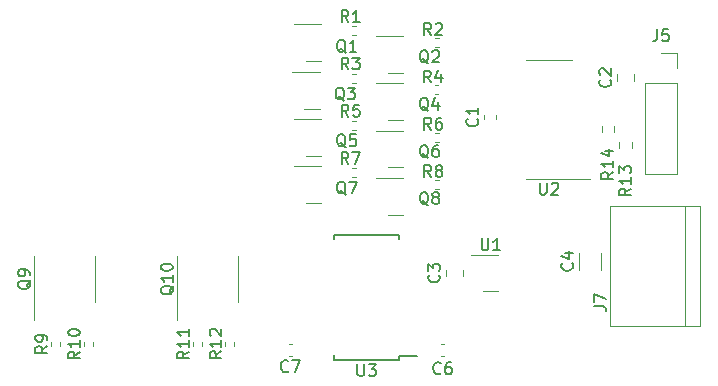
<source format=gbr>
%TF.GenerationSoftware,KiCad,Pcbnew,7.0.9-rc2*%
%TF.CreationDate,2023-12-26T16:59:54-08:00*%
%TF.ProjectId,driver_board,64726976-6572-45f6-926f-6172642e6b69,rev?*%
%TF.SameCoordinates,PX5f5e100PY5f5e100*%
%TF.FileFunction,Legend,Top*%
%TF.FilePolarity,Positive*%
%FSLAX46Y46*%
G04 Gerber Fmt 4.6, Leading zero omitted, Abs format (unit mm)*
G04 Created by KiCad (PCBNEW 7.0.9-rc2) date 2023-12-26 16:59:54*
%MOMM*%
%LPD*%
G01*
G04 APERTURE LIST*
%ADD10C,0.150000*%
%ADD11C,0.120000*%
G04 APERTURE END LIST*
D10*
X25933333Y-30789580D02*
X25885714Y-30837200D01*
X25885714Y-30837200D02*
X25742857Y-30884819D01*
X25742857Y-30884819D02*
X25647619Y-30884819D01*
X25647619Y-30884819D02*
X25504762Y-30837200D01*
X25504762Y-30837200D02*
X25409524Y-30741961D01*
X25409524Y-30741961D02*
X25361905Y-30646723D01*
X25361905Y-30646723D02*
X25314286Y-30456247D01*
X25314286Y-30456247D02*
X25314286Y-30313390D01*
X25314286Y-30313390D02*
X25361905Y-30122914D01*
X25361905Y-30122914D02*
X25409524Y-30027676D01*
X25409524Y-30027676D02*
X25504762Y-29932438D01*
X25504762Y-29932438D02*
X25647619Y-29884819D01*
X25647619Y-29884819D02*
X25742857Y-29884819D01*
X25742857Y-29884819D02*
X25885714Y-29932438D01*
X25885714Y-29932438D02*
X25933333Y-29980057D01*
X26266667Y-29884819D02*
X26933333Y-29884819D01*
X26933333Y-29884819D02*
X26504762Y-30884819D01*
X31788095Y-30209819D02*
X31788095Y-31019342D01*
X31788095Y-31019342D02*
X31835714Y-31114580D01*
X31835714Y-31114580D02*
X31883333Y-31162200D01*
X31883333Y-31162200D02*
X31978571Y-31209819D01*
X31978571Y-31209819D02*
X32169047Y-31209819D01*
X32169047Y-31209819D02*
X32264285Y-31162200D01*
X32264285Y-31162200D02*
X32311904Y-31114580D01*
X32311904Y-31114580D02*
X32359523Y-31019342D01*
X32359523Y-31019342D02*
X32359523Y-30209819D01*
X32740476Y-30209819D02*
X33359523Y-30209819D01*
X33359523Y-30209819D02*
X33026190Y-30590771D01*
X33026190Y-30590771D02*
X33169047Y-30590771D01*
X33169047Y-30590771D02*
X33264285Y-30638390D01*
X33264285Y-30638390D02*
X33311904Y-30686009D01*
X33311904Y-30686009D02*
X33359523Y-30781247D01*
X33359523Y-30781247D02*
X33359523Y-31019342D01*
X33359523Y-31019342D02*
X33311904Y-31114580D01*
X33311904Y-31114580D02*
X33264285Y-31162200D01*
X33264285Y-31162200D02*
X33169047Y-31209819D01*
X33169047Y-31209819D02*
X32883333Y-31209819D01*
X32883333Y-31209819D02*
X32788095Y-31162200D01*
X32788095Y-31162200D02*
X32740476Y-31114580D01*
X38833333Y-30959580D02*
X38785714Y-31007200D01*
X38785714Y-31007200D02*
X38642857Y-31054819D01*
X38642857Y-31054819D02*
X38547619Y-31054819D01*
X38547619Y-31054819D02*
X38404762Y-31007200D01*
X38404762Y-31007200D02*
X38309524Y-30911961D01*
X38309524Y-30911961D02*
X38261905Y-30816723D01*
X38261905Y-30816723D02*
X38214286Y-30626247D01*
X38214286Y-30626247D02*
X38214286Y-30483390D01*
X38214286Y-30483390D02*
X38261905Y-30292914D01*
X38261905Y-30292914D02*
X38309524Y-30197676D01*
X38309524Y-30197676D02*
X38404762Y-30102438D01*
X38404762Y-30102438D02*
X38547619Y-30054819D01*
X38547619Y-30054819D02*
X38642857Y-30054819D01*
X38642857Y-30054819D02*
X38785714Y-30102438D01*
X38785714Y-30102438D02*
X38833333Y-30150057D01*
X39690476Y-30054819D02*
X39500000Y-30054819D01*
X39500000Y-30054819D02*
X39404762Y-30102438D01*
X39404762Y-30102438D02*
X39357143Y-30150057D01*
X39357143Y-30150057D02*
X39261905Y-30292914D01*
X39261905Y-30292914D02*
X39214286Y-30483390D01*
X39214286Y-30483390D02*
X39214286Y-30864342D01*
X39214286Y-30864342D02*
X39261905Y-30959580D01*
X39261905Y-30959580D02*
X39309524Y-31007200D01*
X39309524Y-31007200D02*
X39404762Y-31054819D01*
X39404762Y-31054819D02*
X39595238Y-31054819D01*
X39595238Y-31054819D02*
X39690476Y-31007200D01*
X39690476Y-31007200D02*
X39738095Y-30959580D01*
X39738095Y-30959580D02*
X39785714Y-30864342D01*
X39785714Y-30864342D02*
X39785714Y-30626247D01*
X39785714Y-30626247D02*
X39738095Y-30531009D01*
X39738095Y-30531009D02*
X39690476Y-30483390D01*
X39690476Y-30483390D02*
X39595238Y-30435771D01*
X39595238Y-30435771D02*
X39404762Y-30435771D01*
X39404762Y-30435771D02*
X39309524Y-30483390D01*
X39309524Y-30483390D02*
X39261905Y-30531009D01*
X39261905Y-30531009D02*
X39214286Y-30626247D01*
X42300595Y-19554819D02*
X42300595Y-20364342D01*
X42300595Y-20364342D02*
X42348214Y-20459580D01*
X42348214Y-20459580D02*
X42395833Y-20507200D01*
X42395833Y-20507200D02*
X42491071Y-20554819D01*
X42491071Y-20554819D02*
X42681547Y-20554819D01*
X42681547Y-20554819D02*
X42776785Y-20507200D01*
X42776785Y-20507200D02*
X42824404Y-20459580D01*
X42824404Y-20459580D02*
X42872023Y-20364342D01*
X42872023Y-20364342D02*
X42872023Y-19554819D01*
X43872023Y-20554819D02*
X43300595Y-20554819D01*
X43586309Y-20554819D02*
X43586309Y-19554819D01*
X43586309Y-19554819D02*
X43491071Y-19697676D01*
X43491071Y-19697676D02*
X43395833Y-19792914D01*
X43395833Y-19792914D02*
X43300595Y-19840533D01*
X53454819Y-13942857D02*
X52978628Y-14276190D01*
X53454819Y-14514285D02*
X52454819Y-14514285D01*
X52454819Y-14514285D02*
X52454819Y-14133333D01*
X52454819Y-14133333D02*
X52502438Y-14038095D01*
X52502438Y-14038095D02*
X52550057Y-13990476D01*
X52550057Y-13990476D02*
X52645295Y-13942857D01*
X52645295Y-13942857D02*
X52788152Y-13942857D01*
X52788152Y-13942857D02*
X52883390Y-13990476D01*
X52883390Y-13990476D02*
X52931009Y-14038095D01*
X52931009Y-14038095D02*
X52978628Y-14133333D01*
X52978628Y-14133333D02*
X52978628Y-14514285D01*
X53454819Y-12990476D02*
X53454819Y-13561904D01*
X53454819Y-13276190D02*
X52454819Y-13276190D01*
X52454819Y-13276190D02*
X52597676Y-13371428D01*
X52597676Y-13371428D02*
X52692914Y-13466666D01*
X52692914Y-13466666D02*
X52740533Y-13561904D01*
X52788152Y-12133333D02*
X53454819Y-12133333D01*
X52407200Y-12371428D02*
X53121485Y-12609523D01*
X53121485Y-12609523D02*
X53121485Y-11990476D01*
X54954819Y-15342857D02*
X54478628Y-15676190D01*
X54954819Y-15914285D02*
X53954819Y-15914285D01*
X53954819Y-15914285D02*
X53954819Y-15533333D01*
X53954819Y-15533333D02*
X54002438Y-15438095D01*
X54002438Y-15438095D02*
X54050057Y-15390476D01*
X54050057Y-15390476D02*
X54145295Y-15342857D01*
X54145295Y-15342857D02*
X54288152Y-15342857D01*
X54288152Y-15342857D02*
X54383390Y-15390476D01*
X54383390Y-15390476D02*
X54431009Y-15438095D01*
X54431009Y-15438095D02*
X54478628Y-15533333D01*
X54478628Y-15533333D02*
X54478628Y-15914285D01*
X54954819Y-14390476D02*
X54954819Y-14961904D01*
X54954819Y-14676190D02*
X53954819Y-14676190D01*
X53954819Y-14676190D02*
X54097676Y-14771428D01*
X54097676Y-14771428D02*
X54192914Y-14866666D01*
X54192914Y-14866666D02*
X54240533Y-14961904D01*
X53954819Y-14057142D02*
X53954819Y-13438095D01*
X53954819Y-13438095D02*
X54335771Y-13771428D01*
X54335771Y-13771428D02*
X54335771Y-13628571D01*
X54335771Y-13628571D02*
X54383390Y-13533333D01*
X54383390Y-13533333D02*
X54431009Y-13485714D01*
X54431009Y-13485714D02*
X54526247Y-13438095D01*
X54526247Y-13438095D02*
X54764342Y-13438095D01*
X54764342Y-13438095D02*
X54859580Y-13485714D01*
X54859580Y-13485714D02*
X54907200Y-13533333D01*
X54907200Y-13533333D02*
X54954819Y-13628571D01*
X54954819Y-13628571D02*
X54954819Y-13914285D01*
X54954819Y-13914285D02*
X54907200Y-14009523D01*
X54907200Y-14009523D02*
X54859580Y-14057142D01*
X20284819Y-29132857D02*
X19808628Y-29466190D01*
X20284819Y-29704285D02*
X19284819Y-29704285D01*
X19284819Y-29704285D02*
X19284819Y-29323333D01*
X19284819Y-29323333D02*
X19332438Y-29228095D01*
X19332438Y-29228095D02*
X19380057Y-29180476D01*
X19380057Y-29180476D02*
X19475295Y-29132857D01*
X19475295Y-29132857D02*
X19618152Y-29132857D01*
X19618152Y-29132857D02*
X19713390Y-29180476D01*
X19713390Y-29180476D02*
X19761009Y-29228095D01*
X19761009Y-29228095D02*
X19808628Y-29323333D01*
X19808628Y-29323333D02*
X19808628Y-29704285D01*
X20284819Y-28180476D02*
X20284819Y-28751904D01*
X20284819Y-28466190D02*
X19284819Y-28466190D01*
X19284819Y-28466190D02*
X19427676Y-28561428D01*
X19427676Y-28561428D02*
X19522914Y-28656666D01*
X19522914Y-28656666D02*
X19570533Y-28751904D01*
X19380057Y-27799523D02*
X19332438Y-27751904D01*
X19332438Y-27751904D02*
X19284819Y-27656666D01*
X19284819Y-27656666D02*
X19284819Y-27418571D01*
X19284819Y-27418571D02*
X19332438Y-27323333D01*
X19332438Y-27323333D02*
X19380057Y-27275714D01*
X19380057Y-27275714D02*
X19475295Y-27228095D01*
X19475295Y-27228095D02*
X19570533Y-27228095D01*
X19570533Y-27228095D02*
X19713390Y-27275714D01*
X19713390Y-27275714D02*
X20284819Y-27847142D01*
X20284819Y-27847142D02*
X20284819Y-27228095D01*
X17534819Y-29142857D02*
X17058628Y-29476190D01*
X17534819Y-29714285D02*
X16534819Y-29714285D01*
X16534819Y-29714285D02*
X16534819Y-29333333D01*
X16534819Y-29333333D02*
X16582438Y-29238095D01*
X16582438Y-29238095D02*
X16630057Y-29190476D01*
X16630057Y-29190476D02*
X16725295Y-29142857D01*
X16725295Y-29142857D02*
X16868152Y-29142857D01*
X16868152Y-29142857D02*
X16963390Y-29190476D01*
X16963390Y-29190476D02*
X17011009Y-29238095D01*
X17011009Y-29238095D02*
X17058628Y-29333333D01*
X17058628Y-29333333D02*
X17058628Y-29714285D01*
X17534819Y-28190476D02*
X17534819Y-28761904D01*
X17534819Y-28476190D02*
X16534819Y-28476190D01*
X16534819Y-28476190D02*
X16677676Y-28571428D01*
X16677676Y-28571428D02*
X16772914Y-28666666D01*
X16772914Y-28666666D02*
X16820533Y-28761904D01*
X17534819Y-27238095D02*
X17534819Y-27809523D01*
X17534819Y-27523809D02*
X16534819Y-27523809D01*
X16534819Y-27523809D02*
X16677676Y-27619047D01*
X16677676Y-27619047D02*
X16772914Y-27714285D01*
X16772914Y-27714285D02*
X16820533Y-27809523D01*
X8284819Y-29152857D02*
X7808628Y-29486190D01*
X8284819Y-29724285D02*
X7284819Y-29724285D01*
X7284819Y-29724285D02*
X7284819Y-29343333D01*
X7284819Y-29343333D02*
X7332438Y-29248095D01*
X7332438Y-29248095D02*
X7380057Y-29200476D01*
X7380057Y-29200476D02*
X7475295Y-29152857D01*
X7475295Y-29152857D02*
X7618152Y-29152857D01*
X7618152Y-29152857D02*
X7713390Y-29200476D01*
X7713390Y-29200476D02*
X7761009Y-29248095D01*
X7761009Y-29248095D02*
X7808628Y-29343333D01*
X7808628Y-29343333D02*
X7808628Y-29724285D01*
X8284819Y-28200476D02*
X8284819Y-28771904D01*
X8284819Y-28486190D02*
X7284819Y-28486190D01*
X7284819Y-28486190D02*
X7427676Y-28581428D01*
X7427676Y-28581428D02*
X7522914Y-28676666D01*
X7522914Y-28676666D02*
X7570533Y-28771904D01*
X7284819Y-27581428D02*
X7284819Y-27486190D01*
X7284819Y-27486190D02*
X7332438Y-27390952D01*
X7332438Y-27390952D02*
X7380057Y-27343333D01*
X7380057Y-27343333D02*
X7475295Y-27295714D01*
X7475295Y-27295714D02*
X7665771Y-27248095D01*
X7665771Y-27248095D02*
X7903866Y-27248095D01*
X7903866Y-27248095D02*
X8094342Y-27295714D01*
X8094342Y-27295714D02*
X8189580Y-27343333D01*
X8189580Y-27343333D02*
X8237200Y-27390952D01*
X8237200Y-27390952D02*
X8284819Y-27486190D01*
X8284819Y-27486190D02*
X8284819Y-27581428D01*
X8284819Y-27581428D02*
X8237200Y-27676666D01*
X8237200Y-27676666D02*
X8189580Y-27724285D01*
X8189580Y-27724285D02*
X8094342Y-27771904D01*
X8094342Y-27771904D02*
X7903866Y-27819523D01*
X7903866Y-27819523D02*
X7665771Y-27819523D01*
X7665771Y-27819523D02*
X7475295Y-27771904D01*
X7475295Y-27771904D02*
X7380057Y-27724285D01*
X7380057Y-27724285D02*
X7332438Y-27676666D01*
X7332438Y-27676666D02*
X7284819Y-27581428D01*
X5534819Y-28676666D02*
X5058628Y-29009999D01*
X5534819Y-29248094D02*
X4534819Y-29248094D01*
X4534819Y-29248094D02*
X4534819Y-28867142D01*
X4534819Y-28867142D02*
X4582438Y-28771904D01*
X4582438Y-28771904D02*
X4630057Y-28724285D01*
X4630057Y-28724285D02*
X4725295Y-28676666D01*
X4725295Y-28676666D02*
X4868152Y-28676666D01*
X4868152Y-28676666D02*
X4963390Y-28724285D01*
X4963390Y-28724285D02*
X5011009Y-28771904D01*
X5011009Y-28771904D02*
X5058628Y-28867142D01*
X5058628Y-28867142D02*
X5058628Y-29248094D01*
X5534819Y-28200475D02*
X5534819Y-28009999D01*
X5534819Y-28009999D02*
X5487200Y-27914761D01*
X5487200Y-27914761D02*
X5439580Y-27867142D01*
X5439580Y-27867142D02*
X5296723Y-27771904D01*
X5296723Y-27771904D02*
X5106247Y-27724285D01*
X5106247Y-27724285D02*
X4725295Y-27724285D01*
X4725295Y-27724285D02*
X4630057Y-27771904D01*
X4630057Y-27771904D02*
X4582438Y-27819523D01*
X4582438Y-27819523D02*
X4534819Y-27914761D01*
X4534819Y-27914761D02*
X4534819Y-28105237D01*
X4534819Y-28105237D02*
X4582438Y-28200475D01*
X4582438Y-28200475D02*
X4630057Y-28248094D01*
X4630057Y-28248094D02*
X4725295Y-28295713D01*
X4725295Y-28295713D02*
X4963390Y-28295713D01*
X4963390Y-28295713D02*
X5058628Y-28248094D01*
X5058628Y-28248094D02*
X5106247Y-28200475D01*
X5106247Y-28200475D02*
X5153866Y-28105237D01*
X5153866Y-28105237D02*
X5153866Y-27914761D01*
X5153866Y-27914761D02*
X5106247Y-27819523D01*
X5106247Y-27819523D02*
X5058628Y-27771904D01*
X5058628Y-27771904D02*
X4963390Y-27724285D01*
X38033333Y-14354819D02*
X37700000Y-13878628D01*
X37461905Y-14354819D02*
X37461905Y-13354819D01*
X37461905Y-13354819D02*
X37842857Y-13354819D01*
X37842857Y-13354819D02*
X37938095Y-13402438D01*
X37938095Y-13402438D02*
X37985714Y-13450057D01*
X37985714Y-13450057D02*
X38033333Y-13545295D01*
X38033333Y-13545295D02*
X38033333Y-13688152D01*
X38033333Y-13688152D02*
X37985714Y-13783390D01*
X37985714Y-13783390D02*
X37938095Y-13831009D01*
X37938095Y-13831009D02*
X37842857Y-13878628D01*
X37842857Y-13878628D02*
X37461905Y-13878628D01*
X38604762Y-13783390D02*
X38509524Y-13735771D01*
X38509524Y-13735771D02*
X38461905Y-13688152D01*
X38461905Y-13688152D02*
X38414286Y-13592914D01*
X38414286Y-13592914D02*
X38414286Y-13545295D01*
X38414286Y-13545295D02*
X38461905Y-13450057D01*
X38461905Y-13450057D02*
X38509524Y-13402438D01*
X38509524Y-13402438D02*
X38604762Y-13354819D01*
X38604762Y-13354819D02*
X38795238Y-13354819D01*
X38795238Y-13354819D02*
X38890476Y-13402438D01*
X38890476Y-13402438D02*
X38938095Y-13450057D01*
X38938095Y-13450057D02*
X38985714Y-13545295D01*
X38985714Y-13545295D02*
X38985714Y-13592914D01*
X38985714Y-13592914D02*
X38938095Y-13688152D01*
X38938095Y-13688152D02*
X38890476Y-13735771D01*
X38890476Y-13735771D02*
X38795238Y-13783390D01*
X38795238Y-13783390D02*
X38604762Y-13783390D01*
X38604762Y-13783390D02*
X38509524Y-13831009D01*
X38509524Y-13831009D02*
X38461905Y-13878628D01*
X38461905Y-13878628D02*
X38414286Y-13973866D01*
X38414286Y-13973866D02*
X38414286Y-14164342D01*
X38414286Y-14164342D02*
X38461905Y-14259580D01*
X38461905Y-14259580D02*
X38509524Y-14307200D01*
X38509524Y-14307200D02*
X38604762Y-14354819D01*
X38604762Y-14354819D02*
X38795238Y-14354819D01*
X38795238Y-14354819D02*
X38890476Y-14307200D01*
X38890476Y-14307200D02*
X38938095Y-14259580D01*
X38938095Y-14259580D02*
X38985714Y-14164342D01*
X38985714Y-14164342D02*
X38985714Y-13973866D01*
X38985714Y-13973866D02*
X38938095Y-13878628D01*
X38938095Y-13878628D02*
X38890476Y-13831009D01*
X38890476Y-13831009D02*
X38795238Y-13783390D01*
X31033333Y-13254819D02*
X30700000Y-12778628D01*
X30461905Y-13254819D02*
X30461905Y-12254819D01*
X30461905Y-12254819D02*
X30842857Y-12254819D01*
X30842857Y-12254819D02*
X30938095Y-12302438D01*
X30938095Y-12302438D02*
X30985714Y-12350057D01*
X30985714Y-12350057D02*
X31033333Y-12445295D01*
X31033333Y-12445295D02*
X31033333Y-12588152D01*
X31033333Y-12588152D02*
X30985714Y-12683390D01*
X30985714Y-12683390D02*
X30938095Y-12731009D01*
X30938095Y-12731009D02*
X30842857Y-12778628D01*
X30842857Y-12778628D02*
X30461905Y-12778628D01*
X31366667Y-12254819D02*
X32033333Y-12254819D01*
X32033333Y-12254819D02*
X31604762Y-13254819D01*
X38033333Y-10354819D02*
X37700000Y-9878628D01*
X37461905Y-10354819D02*
X37461905Y-9354819D01*
X37461905Y-9354819D02*
X37842857Y-9354819D01*
X37842857Y-9354819D02*
X37938095Y-9402438D01*
X37938095Y-9402438D02*
X37985714Y-9450057D01*
X37985714Y-9450057D02*
X38033333Y-9545295D01*
X38033333Y-9545295D02*
X38033333Y-9688152D01*
X38033333Y-9688152D02*
X37985714Y-9783390D01*
X37985714Y-9783390D02*
X37938095Y-9831009D01*
X37938095Y-9831009D02*
X37842857Y-9878628D01*
X37842857Y-9878628D02*
X37461905Y-9878628D01*
X38890476Y-9354819D02*
X38700000Y-9354819D01*
X38700000Y-9354819D02*
X38604762Y-9402438D01*
X38604762Y-9402438D02*
X38557143Y-9450057D01*
X38557143Y-9450057D02*
X38461905Y-9592914D01*
X38461905Y-9592914D02*
X38414286Y-9783390D01*
X38414286Y-9783390D02*
X38414286Y-10164342D01*
X38414286Y-10164342D02*
X38461905Y-10259580D01*
X38461905Y-10259580D02*
X38509524Y-10307200D01*
X38509524Y-10307200D02*
X38604762Y-10354819D01*
X38604762Y-10354819D02*
X38795238Y-10354819D01*
X38795238Y-10354819D02*
X38890476Y-10307200D01*
X38890476Y-10307200D02*
X38938095Y-10259580D01*
X38938095Y-10259580D02*
X38985714Y-10164342D01*
X38985714Y-10164342D02*
X38985714Y-9926247D01*
X38985714Y-9926247D02*
X38938095Y-9831009D01*
X38938095Y-9831009D02*
X38890476Y-9783390D01*
X38890476Y-9783390D02*
X38795238Y-9735771D01*
X38795238Y-9735771D02*
X38604762Y-9735771D01*
X38604762Y-9735771D02*
X38509524Y-9783390D01*
X38509524Y-9783390D02*
X38461905Y-9831009D01*
X38461905Y-9831009D02*
X38414286Y-9926247D01*
X31033333Y-9254819D02*
X30700000Y-8778628D01*
X30461905Y-9254819D02*
X30461905Y-8254819D01*
X30461905Y-8254819D02*
X30842857Y-8254819D01*
X30842857Y-8254819D02*
X30938095Y-8302438D01*
X30938095Y-8302438D02*
X30985714Y-8350057D01*
X30985714Y-8350057D02*
X31033333Y-8445295D01*
X31033333Y-8445295D02*
X31033333Y-8588152D01*
X31033333Y-8588152D02*
X30985714Y-8683390D01*
X30985714Y-8683390D02*
X30938095Y-8731009D01*
X30938095Y-8731009D02*
X30842857Y-8778628D01*
X30842857Y-8778628D02*
X30461905Y-8778628D01*
X31938095Y-8254819D02*
X31461905Y-8254819D01*
X31461905Y-8254819D02*
X31414286Y-8731009D01*
X31414286Y-8731009D02*
X31461905Y-8683390D01*
X31461905Y-8683390D02*
X31557143Y-8635771D01*
X31557143Y-8635771D02*
X31795238Y-8635771D01*
X31795238Y-8635771D02*
X31890476Y-8683390D01*
X31890476Y-8683390D02*
X31938095Y-8731009D01*
X31938095Y-8731009D02*
X31985714Y-8826247D01*
X31985714Y-8826247D02*
X31985714Y-9064342D01*
X31985714Y-9064342D02*
X31938095Y-9159580D01*
X31938095Y-9159580D02*
X31890476Y-9207200D01*
X31890476Y-9207200D02*
X31795238Y-9254819D01*
X31795238Y-9254819D02*
X31557143Y-9254819D01*
X31557143Y-9254819D02*
X31461905Y-9207200D01*
X31461905Y-9207200D02*
X31414286Y-9159580D01*
X38013333Y-6354819D02*
X37680000Y-5878628D01*
X37441905Y-6354819D02*
X37441905Y-5354819D01*
X37441905Y-5354819D02*
X37822857Y-5354819D01*
X37822857Y-5354819D02*
X37918095Y-5402438D01*
X37918095Y-5402438D02*
X37965714Y-5450057D01*
X37965714Y-5450057D02*
X38013333Y-5545295D01*
X38013333Y-5545295D02*
X38013333Y-5688152D01*
X38013333Y-5688152D02*
X37965714Y-5783390D01*
X37965714Y-5783390D02*
X37918095Y-5831009D01*
X37918095Y-5831009D02*
X37822857Y-5878628D01*
X37822857Y-5878628D02*
X37441905Y-5878628D01*
X38870476Y-5688152D02*
X38870476Y-6354819D01*
X38632381Y-5307200D02*
X38394286Y-6021485D01*
X38394286Y-6021485D02*
X39013333Y-6021485D01*
X31033333Y-5254819D02*
X30700000Y-4778628D01*
X30461905Y-5254819D02*
X30461905Y-4254819D01*
X30461905Y-4254819D02*
X30842857Y-4254819D01*
X30842857Y-4254819D02*
X30938095Y-4302438D01*
X30938095Y-4302438D02*
X30985714Y-4350057D01*
X30985714Y-4350057D02*
X31033333Y-4445295D01*
X31033333Y-4445295D02*
X31033333Y-4588152D01*
X31033333Y-4588152D02*
X30985714Y-4683390D01*
X30985714Y-4683390D02*
X30938095Y-4731009D01*
X30938095Y-4731009D02*
X30842857Y-4778628D01*
X30842857Y-4778628D02*
X30461905Y-4778628D01*
X31366667Y-4254819D02*
X31985714Y-4254819D01*
X31985714Y-4254819D02*
X31652381Y-4635771D01*
X31652381Y-4635771D02*
X31795238Y-4635771D01*
X31795238Y-4635771D02*
X31890476Y-4683390D01*
X31890476Y-4683390D02*
X31938095Y-4731009D01*
X31938095Y-4731009D02*
X31985714Y-4826247D01*
X31985714Y-4826247D02*
X31985714Y-5064342D01*
X31985714Y-5064342D02*
X31938095Y-5159580D01*
X31938095Y-5159580D02*
X31890476Y-5207200D01*
X31890476Y-5207200D02*
X31795238Y-5254819D01*
X31795238Y-5254819D02*
X31509524Y-5254819D01*
X31509524Y-5254819D02*
X31414286Y-5207200D01*
X31414286Y-5207200D02*
X31366667Y-5159580D01*
X38033333Y-2354819D02*
X37700000Y-1878628D01*
X37461905Y-2354819D02*
X37461905Y-1354819D01*
X37461905Y-1354819D02*
X37842857Y-1354819D01*
X37842857Y-1354819D02*
X37938095Y-1402438D01*
X37938095Y-1402438D02*
X37985714Y-1450057D01*
X37985714Y-1450057D02*
X38033333Y-1545295D01*
X38033333Y-1545295D02*
X38033333Y-1688152D01*
X38033333Y-1688152D02*
X37985714Y-1783390D01*
X37985714Y-1783390D02*
X37938095Y-1831009D01*
X37938095Y-1831009D02*
X37842857Y-1878628D01*
X37842857Y-1878628D02*
X37461905Y-1878628D01*
X38414286Y-1450057D02*
X38461905Y-1402438D01*
X38461905Y-1402438D02*
X38557143Y-1354819D01*
X38557143Y-1354819D02*
X38795238Y-1354819D01*
X38795238Y-1354819D02*
X38890476Y-1402438D01*
X38890476Y-1402438D02*
X38938095Y-1450057D01*
X38938095Y-1450057D02*
X38985714Y-1545295D01*
X38985714Y-1545295D02*
X38985714Y-1640533D01*
X38985714Y-1640533D02*
X38938095Y-1783390D01*
X38938095Y-1783390D02*
X38366667Y-2354819D01*
X38366667Y-2354819D02*
X38985714Y-2354819D01*
X31033333Y-1254819D02*
X30700000Y-778628D01*
X30461905Y-1254819D02*
X30461905Y-254819D01*
X30461905Y-254819D02*
X30842857Y-254819D01*
X30842857Y-254819D02*
X30938095Y-302438D01*
X30938095Y-302438D02*
X30985714Y-350057D01*
X30985714Y-350057D02*
X31033333Y-445295D01*
X31033333Y-445295D02*
X31033333Y-588152D01*
X31033333Y-588152D02*
X30985714Y-683390D01*
X30985714Y-683390D02*
X30938095Y-731009D01*
X30938095Y-731009D02*
X30842857Y-778628D01*
X30842857Y-778628D02*
X30461905Y-778628D01*
X31985714Y-1254819D02*
X31414286Y-1254819D01*
X31700000Y-1254819D02*
X31700000Y-254819D01*
X31700000Y-254819D02*
X31604762Y-397676D01*
X31604762Y-397676D02*
X31509524Y-492914D01*
X31509524Y-492914D02*
X31414286Y-540533D01*
X16245057Y-23571428D02*
X16197438Y-23666666D01*
X16197438Y-23666666D02*
X16102200Y-23761904D01*
X16102200Y-23761904D02*
X15959342Y-23904761D01*
X15959342Y-23904761D02*
X15911723Y-23999999D01*
X15911723Y-23999999D02*
X15911723Y-24095237D01*
X16149819Y-24047618D02*
X16102200Y-24142856D01*
X16102200Y-24142856D02*
X16006961Y-24238094D01*
X16006961Y-24238094D02*
X15816485Y-24285713D01*
X15816485Y-24285713D02*
X15483152Y-24285713D01*
X15483152Y-24285713D02*
X15292676Y-24238094D01*
X15292676Y-24238094D02*
X15197438Y-24142856D01*
X15197438Y-24142856D02*
X15149819Y-24047618D01*
X15149819Y-24047618D02*
X15149819Y-23857142D01*
X15149819Y-23857142D02*
X15197438Y-23761904D01*
X15197438Y-23761904D02*
X15292676Y-23666666D01*
X15292676Y-23666666D02*
X15483152Y-23619047D01*
X15483152Y-23619047D02*
X15816485Y-23619047D01*
X15816485Y-23619047D02*
X16006961Y-23666666D01*
X16006961Y-23666666D02*
X16102200Y-23761904D01*
X16102200Y-23761904D02*
X16149819Y-23857142D01*
X16149819Y-23857142D02*
X16149819Y-24047618D01*
X16149819Y-22666666D02*
X16149819Y-23238094D01*
X16149819Y-22952380D02*
X15149819Y-22952380D01*
X15149819Y-22952380D02*
X15292676Y-23047618D01*
X15292676Y-23047618D02*
X15387914Y-23142856D01*
X15387914Y-23142856D02*
X15435533Y-23238094D01*
X15149819Y-22047618D02*
X15149819Y-21952380D01*
X15149819Y-21952380D02*
X15197438Y-21857142D01*
X15197438Y-21857142D02*
X15245057Y-21809523D01*
X15245057Y-21809523D02*
X15340295Y-21761904D01*
X15340295Y-21761904D02*
X15530771Y-21714285D01*
X15530771Y-21714285D02*
X15768866Y-21714285D01*
X15768866Y-21714285D02*
X15959342Y-21761904D01*
X15959342Y-21761904D02*
X16054580Y-21809523D01*
X16054580Y-21809523D02*
X16102200Y-21857142D01*
X16102200Y-21857142D02*
X16149819Y-21952380D01*
X16149819Y-21952380D02*
X16149819Y-22047618D01*
X16149819Y-22047618D02*
X16102200Y-22142856D01*
X16102200Y-22142856D02*
X16054580Y-22190475D01*
X16054580Y-22190475D02*
X15959342Y-22238094D01*
X15959342Y-22238094D02*
X15768866Y-22285713D01*
X15768866Y-22285713D02*
X15530771Y-22285713D01*
X15530771Y-22285713D02*
X15340295Y-22238094D01*
X15340295Y-22238094D02*
X15245057Y-22190475D01*
X15245057Y-22190475D02*
X15197438Y-22142856D01*
X15197438Y-22142856D02*
X15149819Y-22047618D01*
X4150057Y-23095238D02*
X4102438Y-23190476D01*
X4102438Y-23190476D02*
X4007200Y-23285714D01*
X4007200Y-23285714D02*
X3864342Y-23428571D01*
X3864342Y-23428571D02*
X3816723Y-23523809D01*
X3816723Y-23523809D02*
X3816723Y-23619047D01*
X4054819Y-23571428D02*
X4007200Y-23666666D01*
X4007200Y-23666666D02*
X3911961Y-23761904D01*
X3911961Y-23761904D02*
X3721485Y-23809523D01*
X3721485Y-23809523D02*
X3388152Y-23809523D01*
X3388152Y-23809523D02*
X3197676Y-23761904D01*
X3197676Y-23761904D02*
X3102438Y-23666666D01*
X3102438Y-23666666D02*
X3054819Y-23571428D01*
X3054819Y-23571428D02*
X3054819Y-23380952D01*
X3054819Y-23380952D02*
X3102438Y-23285714D01*
X3102438Y-23285714D02*
X3197676Y-23190476D01*
X3197676Y-23190476D02*
X3388152Y-23142857D01*
X3388152Y-23142857D02*
X3721485Y-23142857D01*
X3721485Y-23142857D02*
X3911961Y-23190476D01*
X3911961Y-23190476D02*
X4007200Y-23285714D01*
X4007200Y-23285714D02*
X4054819Y-23380952D01*
X4054819Y-23380952D02*
X4054819Y-23571428D01*
X4054819Y-22666666D02*
X4054819Y-22476190D01*
X4054819Y-22476190D02*
X4007200Y-22380952D01*
X4007200Y-22380952D02*
X3959580Y-22333333D01*
X3959580Y-22333333D02*
X3816723Y-22238095D01*
X3816723Y-22238095D02*
X3626247Y-22190476D01*
X3626247Y-22190476D02*
X3245295Y-22190476D01*
X3245295Y-22190476D02*
X3150057Y-22238095D01*
X3150057Y-22238095D02*
X3102438Y-22285714D01*
X3102438Y-22285714D02*
X3054819Y-22380952D01*
X3054819Y-22380952D02*
X3054819Y-22571428D01*
X3054819Y-22571428D02*
X3102438Y-22666666D01*
X3102438Y-22666666D02*
X3150057Y-22714285D01*
X3150057Y-22714285D02*
X3245295Y-22761904D01*
X3245295Y-22761904D02*
X3483390Y-22761904D01*
X3483390Y-22761904D02*
X3578628Y-22714285D01*
X3578628Y-22714285D02*
X3626247Y-22666666D01*
X3626247Y-22666666D02*
X3673866Y-22571428D01*
X3673866Y-22571428D02*
X3673866Y-22380952D01*
X3673866Y-22380952D02*
X3626247Y-22285714D01*
X3626247Y-22285714D02*
X3578628Y-22238095D01*
X3578628Y-22238095D02*
X3483390Y-22190476D01*
X37804761Y-16750057D02*
X37709523Y-16702438D01*
X37709523Y-16702438D02*
X37614285Y-16607200D01*
X37614285Y-16607200D02*
X37471428Y-16464342D01*
X37471428Y-16464342D02*
X37376190Y-16416723D01*
X37376190Y-16416723D02*
X37280952Y-16416723D01*
X37328571Y-16654819D02*
X37233333Y-16607200D01*
X37233333Y-16607200D02*
X37138095Y-16511961D01*
X37138095Y-16511961D02*
X37090476Y-16321485D01*
X37090476Y-16321485D02*
X37090476Y-15988152D01*
X37090476Y-15988152D02*
X37138095Y-15797676D01*
X37138095Y-15797676D02*
X37233333Y-15702438D01*
X37233333Y-15702438D02*
X37328571Y-15654819D01*
X37328571Y-15654819D02*
X37519047Y-15654819D01*
X37519047Y-15654819D02*
X37614285Y-15702438D01*
X37614285Y-15702438D02*
X37709523Y-15797676D01*
X37709523Y-15797676D02*
X37757142Y-15988152D01*
X37757142Y-15988152D02*
X37757142Y-16321485D01*
X37757142Y-16321485D02*
X37709523Y-16511961D01*
X37709523Y-16511961D02*
X37614285Y-16607200D01*
X37614285Y-16607200D02*
X37519047Y-16654819D01*
X37519047Y-16654819D02*
X37328571Y-16654819D01*
X38328571Y-16083390D02*
X38233333Y-16035771D01*
X38233333Y-16035771D02*
X38185714Y-15988152D01*
X38185714Y-15988152D02*
X38138095Y-15892914D01*
X38138095Y-15892914D02*
X38138095Y-15845295D01*
X38138095Y-15845295D02*
X38185714Y-15750057D01*
X38185714Y-15750057D02*
X38233333Y-15702438D01*
X38233333Y-15702438D02*
X38328571Y-15654819D01*
X38328571Y-15654819D02*
X38519047Y-15654819D01*
X38519047Y-15654819D02*
X38614285Y-15702438D01*
X38614285Y-15702438D02*
X38661904Y-15750057D01*
X38661904Y-15750057D02*
X38709523Y-15845295D01*
X38709523Y-15845295D02*
X38709523Y-15892914D01*
X38709523Y-15892914D02*
X38661904Y-15988152D01*
X38661904Y-15988152D02*
X38614285Y-16035771D01*
X38614285Y-16035771D02*
X38519047Y-16083390D01*
X38519047Y-16083390D02*
X38328571Y-16083390D01*
X38328571Y-16083390D02*
X38233333Y-16131009D01*
X38233333Y-16131009D02*
X38185714Y-16178628D01*
X38185714Y-16178628D02*
X38138095Y-16273866D01*
X38138095Y-16273866D02*
X38138095Y-16464342D01*
X38138095Y-16464342D02*
X38185714Y-16559580D01*
X38185714Y-16559580D02*
X38233333Y-16607200D01*
X38233333Y-16607200D02*
X38328571Y-16654819D01*
X38328571Y-16654819D02*
X38519047Y-16654819D01*
X38519047Y-16654819D02*
X38614285Y-16607200D01*
X38614285Y-16607200D02*
X38661904Y-16559580D01*
X38661904Y-16559580D02*
X38709523Y-16464342D01*
X38709523Y-16464342D02*
X38709523Y-16273866D01*
X38709523Y-16273866D02*
X38661904Y-16178628D01*
X38661904Y-16178628D02*
X38614285Y-16131009D01*
X38614285Y-16131009D02*
X38519047Y-16083390D01*
X30804761Y-15850057D02*
X30709523Y-15802438D01*
X30709523Y-15802438D02*
X30614285Y-15707200D01*
X30614285Y-15707200D02*
X30471428Y-15564342D01*
X30471428Y-15564342D02*
X30376190Y-15516723D01*
X30376190Y-15516723D02*
X30280952Y-15516723D01*
X30328571Y-15754819D02*
X30233333Y-15707200D01*
X30233333Y-15707200D02*
X30138095Y-15611961D01*
X30138095Y-15611961D02*
X30090476Y-15421485D01*
X30090476Y-15421485D02*
X30090476Y-15088152D01*
X30090476Y-15088152D02*
X30138095Y-14897676D01*
X30138095Y-14897676D02*
X30233333Y-14802438D01*
X30233333Y-14802438D02*
X30328571Y-14754819D01*
X30328571Y-14754819D02*
X30519047Y-14754819D01*
X30519047Y-14754819D02*
X30614285Y-14802438D01*
X30614285Y-14802438D02*
X30709523Y-14897676D01*
X30709523Y-14897676D02*
X30757142Y-15088152D01*
X30757142Y-15088152D02*
X30757142Y-15421485D01*
X30757142Y-15421485D02*
X30709523Y-15611961D01*
X30709523Y-15611961D02*
X30614285Y-15707200D01*
X30614285Y-15707200D02*
X30519047Y-15754819D01*
X30519047Y-15754819D02*
X30328571Y-15754819D01*
X31090476Y-14754819D02*
X31757142Y-14754819D01*
X31757142Y-14754819D02*
X31328571Y-15754819D01*
X37804761Y-12750057D02*
X37709523Y-12702438D01*
X37709523Y-12702438D02*
X37614285Y-12607200D01*
X37614285Y-12607200D02*
X37471428Y-12464342D01*
X37471428Y-12464342D02*
X37376190Y-12416723D01*
X37376190Y-12416723D02*
X37280952Y-12416723D01*
X37328571Y-12654819D02*
X37233333Y-12607200D01*
X37233333Y-12607200D02*
X37138095Y-12511961D01*
X37138095Y-12511961D02*
X37090476Y-12321485D01*
X37090476Y-12321485D02*
X37090476Y-11988152D01*
X37090476Y-11988152D02*
X37138095Y-11797676D01*
X37138095Y-11797676D02*
X37233333Y-11702438D01*
X37233333Y-11702438D02*
X37328571Y-11654819D01*
X37328571Y-11654819D02*
X37519047Y-11654819D01*
X37519047Y-11654819D02*
X37614285Y-11702438D01*
X37614285Y-11702438D02*
X37709523Y-11797676D01*
X37709523Y-11797676D02*
X37757142Y-11988152D01*
X37757142Y-11988152D02*
X37757142Y-12321485D01*
X37757142Y-12321485D02*
X37709523Y-12511961D01*
X37709523Y-12511961D02*
X37614285Y-12607200D01*
X37614285Y-12607200D02*
X37519047Y-12654819D01*
X37519047Y-12654819D02*
X37328571Y-12654819D01*
X38614285Y-11654819D02*
X38423809Y-11654819D01*
X38423809Y-11654819D02*
X38328571Y-11702438D01*
X38328571Y-11702438D02*
X38280952Y-11750057D01*
X38280952Y-11750057D02*
X38185714Y-11892914D01*
X38185714Y-11892914D02*
X38138095Y-12083390D01*
X38138095Y-12083390D02*
X38138095Y-12464342D01*
X38138095Y-12464342D02*
X38185714Y-12559580D01*
X38185714Y-12559580D02*
X38233333Y-12607200D01*
X38233333Y-12607200D02*
X38328571Y-12654819D01*
X38328571Y-12654819D02*
X38519047Y-12654819D01*
X38519047Y-12654819D02*
X38614285Y-12607200D01*
X38614285Y-12607200D02*
X38661904Y-12559580D01*
X38661904Y-12559580D02*
X38709523Y-12464342D01*
X38709523Y-12464342D02*
X38709523Y-12226247D01*
X38709523Y-12226247D02*
X38661904Y-12131009D01*
X38661904Y-12131009D02*
X38614285Y-12083390D01*
X38614285Y-12083390D02*
X38519047Y-12035771D01*
X38519047Y-12035771D02*
X38328571Y-12035771D01*
X38328571Y-12035771D02*
X38233333Y-12083390D01*
X38233333Y-12083390D02*
X38185714Y-12131009D01*
X38185714Y-12131009D02*
X38138095Y-12226247D01*
X30804761Y-11850057D02*
X30709523Y-11802438D01*
X30709523Y-11802438D02*
X30614285Y-11707200D01*
X30614285Y-11707200D02*
X30471428Y-11564342D01*
X30471428Y-11564342D02*
X30376190Y-11516723D01*
X30376190Y-11516723D02*
X30280952Y-11516723D01*
X30328571Y-11754819D02*
X30233333Y-11707200D01*
X30233333Y-11707200D02*
X30138095Y-11611961D01*
X30138095Y-11611961D02*
X30090476Y-11421485D01*
X30090476Y-11421485D02*
X30090476Y-11088152D01*
X30090476Y-11088152D02*
X30138095Y-10897676D01*
X30138095Y-10897676D02*
X30233333Y-10802438D01*
X30233333Y-10802438D02*
X30328571Y-10754819D01*
X30328571Y-10754819D02*
X30519047Y-10754819D01*
X30519047Y-10754819D02*
X30614285Y-10802438D01*
X30614285Y-10802438D02*
X30709523Y-10897676D01*
X30709523Y-10897676D02*
X30757142Y-11088152D01*
X30757142Y-11088152D02*
X30757142Y-11421485D01*
X30757142Y-11421485D02*
X30709523Y-11611961D01*
X30709523Y-11611961D02*
X30614285Y-11707200D01*
X30614285Y-11707200D02*
X30519047Y-11754819D01*
X30519047Y-11754819D02*
X30328571Y-11754819D01*
X31661904Y-10754819D02*
X31185714Y-10754819D01*
X31185714Y-10754819D02*
X31138095Y-11231009D01*
X31138095Y-11231009D02*
X31185714Y-11183390D01*
X31185714Y-11183390D02*
X31280952Y-11135771D01*
X31280952Y-11135771D02*
X31519047Y-11135771D01*
X31519047Y-11135771D02*
X31614285Y-11183390D01*
X31614285Y-11183390D02*
X31661904Y-11231009D01*
X31661904Y-11231009D02*
X31709523Y-11326247D01*
X31709523Y-11326247D02*
X31709523Y-11564342D01*
X31709523Y-11564342D02*
X31661904Y-11659580D01*
X31661904Y-11659580D02*
X31614285Y-11707200D01*
X31614285Y-11707200D02*
X31519047Y-11754819D01*
X31519047Y-11754819D02*
X31280952Y-11754819D01*
X31280952Y-11754819D02*
X31185714Y-11707200D01*
X31185714Y-11707200D02*
X31138095Y-11659580D01*
X37804761Y-8750057D02*
X37709523Y-8702438D01*
X37709523Y-8702438D02*
X37614285Y-8607200D01*
X37614285Y-8607200D02*
X37471428Y-8464342D01*
X37471428Y-8464342D02*
X37376190Y-8416723D01*
X37376190Y-8416723D02*
X37280952Y-8416723D01*
X37328571Y-8654819D02*
X37233333Y-8607200D01*
X37233333Y-8607200D02*
X37138095Y-8511961D01*
X37138095Y-8511961D02*
X37090476Y-8321485D01*
X37090476Y-8321485D02*
X37090476Y-7988152D01*
X37090476Y-7988152D02*
X37138095Y-7797676D01*
X37138095Y-7797676D02*
X37233333Y-7702438D01*
X37233333Y-7702438D02*
X37328571Y-7654819D01*
X37328571Y-7654819D02*
X37519047Y-7654819D01*
X37519047Y-7654819D02*
X37614285Y-7702438D01*
X37614285Y-7702438D02*
X37709523Y-7797676D01*
X37709523Y-7797676D02*
X37757142Y-7988152D01*
X37757142Y-7988152D02*
X37757142Y-8321485D01*
X37757142Y-8321485D02*
X37709523Y-8511961D01*
X37709523Y-8511961D02*
X37614285Y-8607200D01*
X37614285Y-8607200D02*
X37519047Y-8654819D01*
X37519047Y-8654819D02*
X37328571Y-8654819D01*
X38614285Y-7988152D02*
X38614285Y-8654819D01*
X38376190Y-7607200D02*
X38138095Y-8321485D01*
X38138095Y-8321485D02*
X38757142Y-8321485D01*
X30679761Y-7900057D02*
X30584523Y-7852438D01*
X30584523Y-7852438D02*
X30489285Y-7757200D01*
X30489285Y-7757200D02*
X30346428Y-7614342D01*
X30346428Y-7614342D02*
X30251190Y-7566723D01*
X30251190Y-7566723D02*
X30155952Y-7566723D01*
X30203571Y-7804819D02*
X30108333Y-7757200D01*
X30108333Y-7757200D02*
X30013095Y-7661961D01*
X30013095Y-7661961D02*
X29965476Y-7471485D01*
X29965476Y-7471485D02*
X29965476Y-7138152D01*
X29965476Y-7138152D02*
X30013095Y-6947676D01*
X30013095Y-6947676D02*
X30108333Y-6852438D01*
X30108333Y-6852438D02*
X30203571Y-6804819D01*
X30203571Y-6804819D02*
X30394047Y-6804819D01*
X30394047Y-6804819D02*
X30489285Y-6852438D01*
X30489285Y-6852438D02*
X30584523Y-6947676D01*
X30584523Y-6947676D02*
X30632142Y-7138152D01*
X30632142Y-7138152D02*
X30632142Y-7471485D01*
X30632142Y-7471485D02*
X30584523Y-7661961D01*
X30584523Y-7661961D02*
X30489285Y-7757200D01*
X30489285Y-7757200D02*
X30394047Y-7804819D01*
X30394047Y-7804819D02*
X30203571Y-7804819D01*
X30965476Y-6804819D02*
X31584523Y-6804819D01*
X31584523Y-6804819D02*
X31251190Y-7185771D01*
X31251190Y-7185771D02*
X31394047Y-7185771D01*
X31394047Y-7185771D02*
X31489285Y-7233390D01*
X31489285Y-7233390D02*
X31536904Y-7281009D01*
X31536904Y-7281009D02*
X31584523Y-7376247D01*
X31584523Y-7376247D02*
X31584523Y-7614342D01*
X31584523Y-7614342D02*
X31536904Y-7709580D01*
X31536904Y-7709580D02*
X31489285Y-7757200D01*
X31489285Y-7757200D02*
X31394047Y-7804819D01*
X31394047Y-7804819D02*
X31108333Y-7804819D01*
X31108333Y-7804819D02*
X31013095Y-7757200D01*
X31013095Y-7757200D02*
X30965476Y-7709580D01*
X37804761Y-4750057D02*
X37709523Y-4702438D01*
X37709523Y-4702438D02*
X37614285Y-4607200D01*
X37614285Y-4607200D02*
X37471428Y-4464342D01*
X37471428Y-4464342D02*
X37376190Y-4416723D01*
X37376190Y-4416723D02*
X37280952Y-4416723D01*
X37328571Y-4654819D02*
X37233333Y-4607200D01*
X37233333Y-4607200D02*
X37138095Y-4511961D01*
X37138095Y-4511961D02*
X37090476Y-4321485D01*
X37090476Y-4321485D02*
X37090476Y-3988152D01*
X37090476Y-3988152D02*
X37138095Y-3797676D01*
X37138095Y-3797676D02*
X37233333Y-3702438D01*
X37233333Y-3702438D02*
X37328571Y-3654819D01*
X37328571Y-3654819D02*
X37519047Y-3654819D01*
X37519047Y-3654819D02*
X37614285Y-3702438D01*
X37614285Y-3702438D02*
X37709523Y-3797676D01*
X37709523Y-3797676D02*
X37757142Y-3988152D01*
X37757142Y-3988152D02*
X37757142Y-4321485D01*
X37757142Y-4321485D02*
X37709523Y-4511961D01*
X37709523Y-4511961D02*
X37614285Y-4607200D01*
X37614285Y-4607200D02*
X37519047Y-4654819D01*
X37519047Y-4654819D02*
X37328571Y-4654819D01*
X38138095Y-3750057D02*
X38185714Y-3702438D01*
X38185714Y-3702438D02*
X38280952Y-3654819D01*
X38280952Y-3654819D02*
X38519047Y-3654819D01*
X38519047Y-3654819D02*
X38614285Y-3702438D01*
X38614285Y-3702438D02*
X38661904Y-3750057D01*
X38661904Y-3750057D02*
X38709523Y-3845295D01*
X38709523Y-3845295D02*
X38709523Y-3940533D01*
X38709523Y-3940533D02*
X38661904Y-4083390D01*
X38661904Y-4083390D02*
X38090476Y-4654819D01*
X38090476Y-4654819D02*
X38709523Y-4654819D01*
X30804761Y-3850057D02*
X30709523Y-3802438D01*
X30709523Y-3802438D02*
X30614285Y-3707200D01*
X30614285Y-3707200D02*
X30471428Y-3564342D01*
X30471428Y-3564342D02*
X30376190Y-3516723D01*
X30376190Y-3516723D02*
X30280952Y-3516723D01*
X30328571Y-3754819D02*
X30233333Y-3707200D01*
X30233333Y-3707200D02*
X30138095Y-3611961D01*
X30138095Y-3611961D02*
X30090476Y-3421485D01*
X30090476Y-3421485D02*
X30090476Y-3088152D01*
X30090476Y-3088152D02*
X30138095Y-2897676D01*
X30138095Y-2897676D02*
X30233333Y-2802438D01*
X30233333Y-2802438D02*
X30328571Y-2754819D01*
X30328571Y-2754819D02*
X30519047Y-2754819D01*
X30519047Y-2754819D02*
X30614285Y-2802438D01*
X30614285Y-2802438D02*
X30709523Y-2897676D01*
X30709523Y-2897676D02*
X30757142Y-3088152D01*
X30757142Y-3088152D02*
X30757142Y-3421485D01*
X30757142Y-3421485D02*
X30709523Y-3611961D01*
X30709523Y-3611961D02*
X30614285Y-3707200D01*
X30614285Y-3707200D02*
X30519047Y-3754819D01*
X30519047Y-3754819D02*
X30328571Y-3754819D01*
X31709523Y-3754819D02*
X31138095Y-3754819D01*
X31423809Y-3754819D02*
X31423809Y-2754819D01*
X31423809Y-2754819D02*
X31328571Y-2897676D01*
X31328571Y-2897676D02*
X31233333Y-2992914D01*
X31233333Y-2992914D02*
X31138095Y-3040533D01*
X51854819Y-25301333D02*
X52569104Y-25301333D01*
X52569104Y-25301333D02*
X52711961Y-25348952D01*
X52711961Y-25348952D02*
X52807200Y-25444190D01*
X52807200Y-25444190D02*
X52854819Y-25587047D01*
X52854819Y-25587047D02*
X52854819Y-25682285D01*
X51854819Y-24920380D02*
X51854819Y-24253714D01*
X51854819Y-24253714D02*
X52854819Y-24682285D01*
X47238095Y-14854819D02*
X47238095Y-15664342D01*
X47238095Y-15664342D02*
X47285714Y-15759580D01*
X47285714Y-15759580D02*
X47333333Y-15807200D01*
X47333333Y-15807200D02*
X47428571Y-15854819D01*
X47428571Y-15854819D02*
X47619047Y-15854819D01*
X47619047Y-15854819D02*
X47714285Y-15807200D01*
X47714285Y-15807200D02*
X47761904Y-15759580D01*
X47761904Y-15759580D02*
X47809523Y-15664342D01*
X47809523Y-15664342D02*
X47809523Y-14854819D01*
X48238095Y-14950057D02*
X48285714Y-14902438D01*
X48285714Y-14902438D02*
X48380952Y-14854819D01*
X48380952Y-14854819D02*
X48619047Y-14854819D01*
X48619047Y-14854819D02*
X48714285Y-14902438D01*
X48714285Y-14902438D02*
X48761904Y-14950057D01*
X48761904Y-14950057D02*
X48809523Y-15045295D01*
X48809523Y-15045295D02*
X48809523Y-15140533D01*
X48809523Y-15140533D02*
X48761904Y-15283390D01*
X48761904Y-15283390D02*
X48190476Y-15854819D01*
X48190476Y-15854819D02*
X48809523Y-15854819D01*
X57166666Y-1859819D02*
X57166666Y-2574104D01*
X57166666Y-2574104D02*
X57119047Y-2716961D01*
X57119047Y-2716961D02*
X57023809Y-2812200D01*
X57023809Y-2812200D02*
X56880952Y-2859819D01*
X56880952Y-2859819D02*
X56785714Y-2859819D01*
X58119047Y-1859819D02*
X57642857Y-1859819D01*
X57642857Y-1859819D02*
X57595238Y-2336009D01*
X57595238Y-2336009D02*
X57642857Y-2288390D01*
X57642857Y-2288390D02*
X57738095Y-2240771D01*
X57738095Y-2240771D02*
X57976190Y-2240771D01*
X57976190Y-2240771D02*
X58071428Y-2288390D01*
X58071428Y-2288390D02*
X58119047Y-2336009D01*
X58119047Y-2336009D02*
X58166666Y-2431247D01*
X58166666Y-2431247D02*
X58166666Y-2669342D01*
X58166666Y-2669342D02*
X58119047Y-2764580D01*
X58119047Y-2764580D02*
X58071428Y-2812200D01*
X58071428Y-2812200D02*
X57976190Y-2859819D01*
X57976190Y-2859819D02*
X57738095Y-2859819D01*
X57738095Y-2859819D02*
X57642857Y-2812200D01*
X57642857Y-2812200D02*
X57595238Y-2764580D01*
X49959580Y-21666666D02*
X50007200Y-21714285D01*
X50007200Y-21714285D02*
X50054819Y-21857142D01*
X50054819Y-21857142D02*
X50054819Y-21952380D01*
X50054819Y-21952380D02*
X50007200Y-22095237D01*
X50007200Y-22095237D02*
X49911961Y-22190475D01*
X49911961Y-22190475D02*
X49816723Y-22238094D01*
X49816723Y-22238094D02*
X49626247Y-22285713D01*
X49626247Y-22285713D02*
X49483390Y-22285713D01*
X49483390Y-22285713D02*
X49292914Y-22238094D01*
X49292914Y-22238094D02*
X49197676Y-22190475D01*
X49197676Y-22190475D02*
X49102438Y-22095237D01*
X49102438Y-22095237D02*
X49054819Y-21952380D01*
X49054819Y-21952380D02*
X49054819Y-21857142D01*
X49054819Y-21857142D02*
X49102438Y-21714285D01*
X49102438Y-21714285D02*
X49150057Y-21666666D01*
X49388152Y-20809523D02*
X50054819Y-20809523D01*
X49007200Y-21047618D02*
X49721485Y-21285713D01*
X49721485Y-21285713D02*
X49721485Y-20666666D01*
X38679580Y-22666666D02*
X38727200Y-22714285D01*
X38727200Y-22714285D02*
X38774819Y-22857142D01*
X38774819Y-22857142D02*
X38774819Y-22952380D01*
X38774819Y-22952380D02*
X38727200Y-23095237D01*
X38727200Y-23095237D02*
X38631961Y-23190475D01*
X38631961Y-23190475D02*
X38536723Y-23238094D01*
X38536723Y-23238094D02*
X38346247Y-23285713D01*
X38346247Y-23285713D02*
X38203390Y-23285713D01*
X38203390Y-23285713D02*
X38012914Y-23238094D01*
X38012914Y-23238094D02*
X37917676Y-23190475D01*
X37917676Y-23190475D02*
X37822438Y-23095237D01*
X37822438Y-23095237D02*
X37774819Y-22952380D01*
X37774819Y-22952380D02*
X37774819Y-22857142D01*
X37774819Y-22857142D02*
X37822438Y-22714285D01*
X37822438Y-22714285D02*
X37870057Y-22666666D01*
X37774819Y-22333332D02*
X37774819Y-21714285D01*
X37774819Y-21714285D02*
X38155771Y-22047618D01*
X38155771Y-22047618D02*
X38155771Y-21904761D01*
X38155771Y-21904761D02*
X38203390Y-21809523D01*
X38203390Y-21809523D02*
X38251009Y-21761904D01*
X38251009Y-21761904D02*
X38346247Y-21714285D01*
X38346247Y-21714285D02*
X38584342Y-21714285D01*
X38584342Y-21714285D02*
X38679580Y-21761904D01*
X38679580Y-21761904D02*
X38727200Y-21809523D01*
X38727200Y-21809523D02*
X38774819Y-21904761D01*
X38774819Y-21904761D02*
X38774819Y-22190475D01*
X38774819Y-22190475D02*
X38727200Y-22285713D01*
X38727200Y-22285713D02*
X38679580Y-22333332D01*
X53179580Y-6116666D02*
X53227200Y-6164285D01*
X53227200Y-6164285D02*
X53274819Y-6307142D01*
X53274819Y-6307142D02*
X53274819Y-6402380D01*
X53274819Y-6402380D02*
X53227200Y-6545237D01*
X53227200Y-6545237D02*
X53131961Y-6640475D01*
X53131961Y-6640475D02*
X53036723Y-6688094D01*
X53036723Y-6688094D02*
X52846247Y-6735713D01*
X52846247Y-6735713D02*
X52703390Y-6735713D01*
X52703390Y-6735713D02*
X52512914Y-6688094D01*
X52512914Y-6688094D02*
X52417676Y-6640475D01*
X52417676Y-6640475D02*
X52322438Y-6545237D01*
X52322438Y-6545237D02*
X52274819Y-6402380D01*
X52274819Y-6402380D02*
X52274819Y-6307142D01*
X52274819Y-6307142D02*
X52322438Y-6164285D01*
X52322438Y-6164285D02*
X52370057Y-6116666D01*
X52370057Y-5735713D02*
X52322438Y-5688094D01*
X52322438Y-5688094D02*
X52274819Y-5592856D01*
X52274819Y-5592856D02*
X52274819Y-5354761D01*
X52274819Y-5354761D02*
X52322438Y-5259523D01*
X52322438Y-5259523D02*
X52370057Y-5211904D01*
X52370057Y-5211904D02*
X52465295Y-5164285D01*
X52465295Y-5164285D02*
X52560533Y-5164285D01*
X52560533Y-5164285D02*
X52703390Y-5211904D01*
X52703390Y-5211904D02*
X53274819Y-5783332D01*
X53274819Y-5783332D02*
X53274819Y-5164285D01*
X41929580Y-9441666D02*
X41977200Y-9489285D01*
X41977200Y-9489285D02*
X42024819Y-9632142D01*
X42024819Y-9632142D02*
X42024819Y-9727380D01*
X42024819Y-9727380D02*
X41977200Y-9870237D01*
X41977200Y-9870237D02*
X41881961Y-9965475D01*
X41881961Y-9965475D02*
X41786723Y-10013094D01*
X41786723Y-10013094D02*
X41596247Y-10060713D01*
X41596247Y-10060713D02*
X41453390Y-10060713D01*
X41453390Y-10060713D02*
X41262914Y-10013094D01*
X41262914Y-10013094D02*
X41167676Y-9965475D01*
X41167676Y-9965475D02*
X41072438Y-9870237D01*
X41072438Y-9870237D02*
X41024819Y-9727380D01*
X41024819Y-9727380D02*
X41024819Y-9632142D01*
X41024819Y-9632142D02*
X41072438Y-9489285D01*
X41072438Y-9489285D02*
X41120057Y-9441666D01*
X42024819Y-8489285D02*
X42024819Y-9060713D01*
X42024819Y-8774999D02*
X41024819Y-8774999D01*
X41024819Y-8774999D02*
X41167676Y-8870237D01*
X41167676Y-8870237D02*
X41262914Y-8965475D01*
X41262914Y-8965475D02*
X41310533Y-9060713D01*
D11*
%TO.C,C7*%
X26240580Y-28490000D02*
X25959420Y-28490000D01*
X26240580Y-29510000D02*
X25959420Y-29510000D01*
D10*
%TO.C,U3*%
X35325000Y-19280000D02*
X29775000Y-19280000D01*
X35325000Y-29830000D02*
X29775000Y-29830000D01*
X29775000Y-19280000D02*
X29775000Y-19635000D01*
X29775000Y-29830000D02*
X29775000Y-29475000D01*
X35325000Y-29555000D02*
X36850000Y-29555000D01*
X35325000Y-19280000D02*
X35325000Y-19635000D01*
X35325000Y-29830000D02*
X35325000Y-29555000D01*
D11*
%TO.C,C6*%
X38859420Y-28490000D02*
X39140580Y-28490000D01*
X38859420Y-29510000D02*
X39140580Y-29510000D01*
%TO.C,U1*%
X43062500Y-24060000D02*
X42412500Y-24060000D01*
X43062500Y-20940000D02*
X41387500Y-20940000D01*
X43062500Y-24060000D02*
X43712500Y-24060000D01*
X43062500Y-20940000D02*
X43712500Y-20940000D01*
%TO.C,R14*%
X53522500Y-10537258D02*
X53522500Y-10062742D01*
X52477500Y-10537258D02*
X52477500Y-10062742D01*
%TO.C,R13*%
X55022500Y-11887258D02*
X55022500Y-11412742D01*
X53977500Y-11887258D02*
X53977500Y-11412742D01*
%TO.C,R12*%
X20620000Y-28643641D02*
X20620000Y-28336359D01*
X21380000Y-28643641D02*
X21380000Y-28336359D01*
%TO.C,R11*%
X18630000Y-28653641D02*
X18630000Y-28346359D01*
X17870000Y-28653641D02*
X17870000Y-28346359D01*
%TO.C,R10*%
X8620000Y-28663641D02*
X8620000Y-28356359D01*
X9380000Y-28663641D02*
X9380000Y-28356359D01*
%TO.C,R9*%
X5870000Y-28663641D02*
X5870000Y-28356359D01*
X6630000Y-28663641D02*
X6630000Y-28356359D01*
%TO.C,R8*%
X38663641Y-15380000D02*
X38356359Y-15380000D01*
X38663641Y-14620000D02*
X38356359Y-14620000D01*
%TO.C,R7*%
X31663641Y-14380000D02*
X31356359Y-14380000D01*
X31663641Y-13620000D02*
X31356359Y-13620000D01*
%TO.C,R6*%
X38663641Y-11380000D02*
X38356359Y-11380000D01*
X38663641Y-10620000D02*
X38356359Y-10620000D01*
%TO.C,R5*%
X31663641Y-10380000D02*
X31356359Y-10380000D01*
X31663641Y-9620000D02*
X31356359Y-9620000D01*
%TO.C,R4*%
X38643641Y-7380000D02*
X38336359Y-7380000D01*
X38643641Y-6620000D02*
X38336359Y-6620000D01*
%TO.C,R3*%
X31663641Y-5620000D02*
X31356359Y-5620000D01*
X31663641Y-6380000D02*
X31356359Y-6380000D01*
%TO.C,R2*%
X38663641Y-2620000D02*
X38356359Y-2620000D01*
X38663641Y-3380000D02*
X38356359Y-3380000D01*
%TO.C,R1*%
X31663641Y-1620000D02*
X31356359Y-1620000D01*
X31663641Y-2380000D02*
X31356359Y-2380000D01*
%TO.C,Q10*%
X16535000Y-23000000D02*
X16535000Y-21050000D01*
X21655000Y-23000000D02*
X21655000Y-21050000D01*
X16535000Y-23000000D02*
X16535000Y-26450000D01*
X21655000Y-23000000D02*
X21655000Y-24950000D01*
%TO.C,Q9*%
X9560000Y-23000000D02*
X9560000Y-24950000D01*
X4440000Y-23000000D02*
X4440000Y-26450000D01*
X9560000Y-23000000D02*
X9560000Y-21050000D01*
X4440000Y-23000000D02*
X4440000Y-21050000D01*
%TO.C,Q8*%
X35042500Y-14440000D02*
X35692500Y-14440000D01*
X35042500Y-17560000D02*
X35692500Y-17560000D01*
X35042500Y-14440000D02*
X33367500Y-14440000D01*
X35042500Y-17560000D02*
X34392500Y-17560000D01*
%TO.C,Q7*%
X28062500Y-13440000D02*
X28712500Y-13440000D01*
X28062500Y-16560000D02*
X28712500Y-16560000D01*
X28062500Y-13440000D02*
X26387500Y-13440000D01*
X28062500Y-16560000D02*
X27412500Y-16560000D01*
%TO.C,Q6*%
X35042500Y-10440000D02*
X35692500Y-10440000D01*
X35042500Y-13560000D02*
X35692500Y-13560000D01*
X35042500Y-10440000D02*
X33367500Y-10440000D01*
X35042500Y-13560000D02*
X34392500Y-13560000D01*
%TO.C,Q5*%
X28062500Y-9440000D02*
X28712500Y-9440000D01*
X28062500Y-12560000D02*
X28712500Y-12560000D01*
X28062500Y-9440000D02*
X26387500Y-9440000D01*
X28062500Y-12560000D02*
X27412500Y-12560000D01*
%TO.C,Q4*%
X35042500Y-6440000D02*
X35692500Y-6440000D01*
X35042500Y-9560000D02*
X35692500Y-9560000D01*
X35042500Y-6440000D02*
X33367500Y-6440000D01*
X35042500Y-9560000D02*
X34392500Y-9560000D01*
%TO.C,Q3*%
X27937500Y-5490000D02*
X28587500Y-5490000D01*
X27937500Y-8610000D02*
X28587500Y-8610000D01*
X27937500Y-5490000D02*
X26262500Y-5490000D01*
X27937500Y-8610000D02*
X27287500Y-8610000D01*
%TO.C,Q2*%
X35042500Y-5560000D02*
X34392500Y-5560000D01*
X35042500Y-2440000D02*
X33367500Y-2440000D01*
X35042500Y-5560000D02*
X35692500Y-5560000D01*
X35042500Y-2440000D02*
X35692500Y-2440000D01*
%TO.C,Q1*%
X28062500Y-4560000D02*
X27412500Y-4560000D01*
X28062500Y-1440000D02*
X26387500Y-1440000D01*
X28062500Y-4560000D02*
X28712500Y-4560000D01*
X28062500Y-1440000D02*
X28712500Y-1440000D01*
%TO.C,J7*%
X53190000Y-27000000D02*
X60810000Y-27000000D01*
X60810000Y-16840000D02*
X53190000Y-16840000D01*
X59540000Y-16840000D02*
X59540000Y-27000000D01*
X60810000Y-27000000D02*
X60810000Y-16840000D01*
X53190000Y-16840000D02*
X53190000Y-27000000D01*
%TO.C,U2*%
X48000000Y-14560000D02*
X51450000Y-14560000D01*
X48000000Y-14560000D02*
X46050000Y-14560000D01*
X48000000Y-4440000D02*
X49950000Y-4440000D01*
X48000000Y-4440000D02*
X46050000Y-4440000D01*
%TO.C,J5*%
X57500000Y-3845000D02*
X58830000Y-3845000D01*
X58830000Y-3845000D02*
X58830000Y-5175000D01*
X56170000Y-6445000D02*
X56170000Y-14125000D01*
X56170000Y-6445000D02*
X58830000Y-6445000D01*
X58830000Y-6445000D02*
X58830000Y-14125000D01*
X56170000Y-14125000D02*
X58830000Y-14125000D01*
%TO.C,C4*%
X50590000Y-22211252D02*
X50590000Y-20788748D01*
X52410000Y-22211252D02*
X52410000Y-20788748D01*
%TO.C,C3*%
X39265000Y-22761252D02*
X39265000Y-22238748D01*
X40735000Y-22761252D02*
X40735000Y-22238748D01*
%TO.C,C2*%
X55235000Y-6211252D02*
X55235000Y-5688748D01*
X53765000Y-6211252D02*
X53765000Y-5688748D01*
%TO.C,C1*%
X42490000Y-9415580D02*
X42490000Y-9134420D01*
X43510000Y-9415580D02*
X43510000Y-9134420D01*
%TD*%
M02*

</source>
